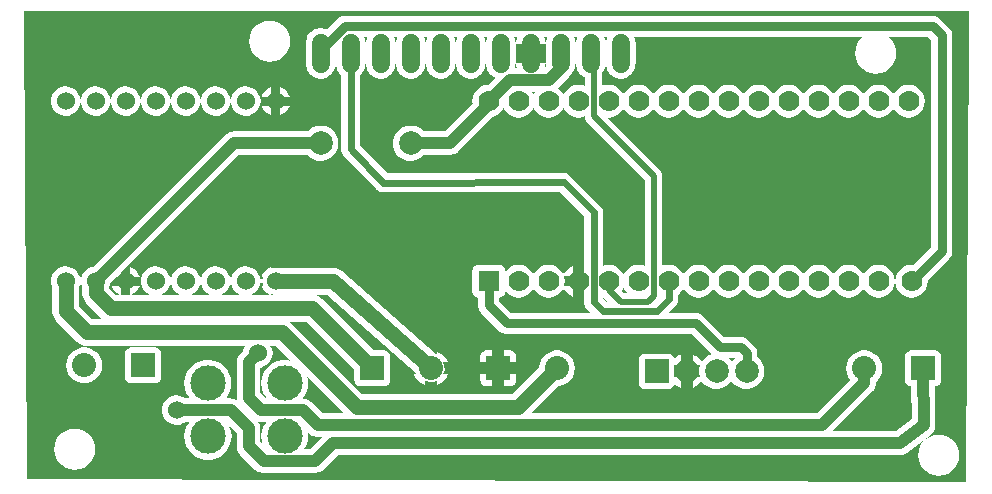
<source format=gbl>
G04 ---------------------------- Layer name :BOTTOM LAYER*
G04 easyEDA 0.1*
G04 Scale: 100 percent, Rotated: No, Reflected: No *
G04 Dimensions in inches *
G04 leading zeros omitted , absolute positions ,2 integer and 4 * 
%FSLAX24Y24*%
%MOIN*%
G90*
G70D02*

%ADD11C,0.051181*%
%ADD12C,0.031496*%
%ADD13C,0.023620*%
%ADD14C,0.019685*%
%ADD15C,0.039370*%
%ADD16C,0.078740*%
%ADD17R,0.070000X0.070000*%
%ADD18C,0.070000*%
%ADD20R,0.080000X0.080000*%
%ADD21C,0.080000*%
%ADD23R,0.078740X0.078740*%
%ADD25C,0.060000*%
%ADD27C,0.118110*%

%LPD*%
G36*
G01X31400Y0D02*
G01X100Y100D01*
G01X0Y15700D01*
G01X31496Y15700D01*
G01X31496Y15071D01*
G01X31400Y0D01*
G37*

%LPC*%
G36*
G01X16019Y4000D02*
G01X16415Y4000D01*
G01X16415Y4200D01*
G01X16406Y4259D01*
G01X16377Y4315D01*
G01X16335Y4357D01*
G01X16280Y4386D01*
G01X16219Y4396D01*
G01X16019Y4396D01*
G01X16019Y4000D01*
G37*
G36*
G01X1700Y411D02*
G01X1853Y430D01*
G01X1997Y480D01*
G01X2127Y561D01*
G01X2238Y671D01*
G01X2319Y801D01*
G01X2369Y946D01*
G01X2388Y1100D01*
G01X2369Y1253D01*
G01X2319Y1398D01*
G01X2238Y1528D01*
G01X2127Y1638D01*
G01X1997Y1719D01*
G01X1853Y1769D01*
G01X1700Y1788D01*
G01X1546Y1769D01*
G01X1402Y1719D01*
G01X1272Y1638D01*
G01X1161Y1528D01*
G01X1080Y1398D01*
G01X1030Y1253D01*
G01X1011Y1100D01*
G01X1030Y946D01*
G01X1080Y801D01*
G01X1161Y671D01*
G01X1272Y561D01*
G01X1402Y480D01*
G01X1546Y430D01*
G01X1700Y411D01*
G37*
G36*
G01X8200Y14011D02*
G01X8353Y14030D01*
G01X8497Y14080D01*
G01X8627Y14161D01*
G01X8738Y14271D01*
G01X8819Y14401D01*
G01X8869Y14546D01*
G01X8888Y14700D01*
G01X8869Y14853D01*
G01X8819Y14998D01*
G01X8738Y15128D01*
G01X8627Y15238D01*
G01X8497Y15319D01*
G01X8353Y15369D01*
G01X8200Y15388D01*
G01X8046Y15369D01*
G01X7902Y15319D01*
G01X7772Y15238D01*
G01X7661Y15128D01*
G01X7580Y14998D01*
G01X7530Y14853D01*
G01X7511Y14700D01*
G01X7530Y14546D01*
G01X7580Y14401D01*
G01X7661Y14271D01*
G01X7772Y14161D01*
G01X7902Y14080D01*
G01X8046Y14030D01*
G01X8200Y14011D01*
G37*
G36*
G01X15223Y4000D02*
G01X15619Y4000D01*
G01X15619Y4396D01*
G01X15419Y4396D01*
G01X15360Y4386D01*
G01X15303Y4357D01*
G01X15261Y4315D01*
G01X15234Y4259D01*
G01X15223Y4200D01*
G01X15223Y4000D01*
G37*
G36*
G01X1947Y3307D02*
G01X2092Y3307D01*
G01X2231Y3342D01*
G01X2357Y3409D01*
G01X2465Y3503D01*
G01X2547Y3623D01*
G01X2597Y3757D01*
G01X2615Y3900D01*
G01X2597Y4042D01*
G01X2547Y4176D01*
G01X2465Y4296D01*
G01X2357Y4390D01*
G01X2231Y4457D01*
G01X2092Y4492D01*
G01X1947Y4492D01*
G01X1807Y4457D01*
G01X1681Y4390D01*
G01X1573Y4296D01*
G01X1492Y4176D01*
G01X1442Y4042D01*
G01X1423Y3900D01*
G01X1442Y3757D01*
G01X1492Y3623D01*
G01X1573Y3503D01*
G01X1681Y3409D01*
G01X1807Y3342D01*
G01X1947Y3307D01*
G37*
G36*
G01X7931Y12850D02*
G01X8250Y12850D01*
G01X8250Y13171D01*
G01X8234Y13167D01*
G01X8114Y13105D01*
G01X8015Y13013D01*
G01X7946Y12898D01*
G01X7931Y12850D01*
G37*
G36*
G01X8550Y12850D02*
G01X8872Y12850D01*
G01X8823Y12957D01*
G01X8738Y13061D01*
G01X8627Y13140D01*
G01X8550Y13167D01*
G01X8550Y12850D01*
G37*
G36*
G01X8550Y12232D02*
G01X8627Y12259D01*
G01X8738Y12338D01*
G01X8823Y12442D01*
G01X8872Y12550D01*
G01X8550Y12550D01*
G01X8550Y12232D01*
G37*
G36*
G01X3580Y3303D02*
G01X4380Y3303D01*
G01X4439Y3313D01*
G01X4496Y3342D01*
G01X4538Y3384D01*
G01X4565Y3440D01*
G01X4576Y3500D01*
G01X4576Y4300D01*
G01X4565Y4359D01*
G01X4538Y4415D01*
G01X4496Y4457D01*
G01X4439Y4486D01*
G01X4380Y4496D01*
G01X3580Y4496D01*
G01X3519Y4486D01*
G01X3464Y4457D01*
G01X3422Y4415D01*
G01X3393Y4359D01*
G01X3384Y4300D01*
G01X3384Y3500D01*
G01X3393Y3440D01*
G01X3422Y3384D01*
G01X3464Y3342D01*
G01X3519Y3313D01*
G01X3580Y3303D01*
G37*
G36*
G01X8250Y12228D02*
G01X8250Y12550D01*
G01X7931Y12550D01*
G01X7946Y12501D01*
G01X8015Y12386D01*
G01X8114Y12294D01*
G01X8234Y12232D01*
G01X8250Y12228D01*
G37*
G36*
G01X3365Y12205D02*
G01X3500Y12213D01*
G01X3627Y12259D01*
G01X3738Y12338D01*
G01X3823Y12442D01*
G01X3877Y12565D01*
G01X3896Y12700D01*
G01X3877Y12834D01*
G01X3823Y12957D01*
G01X3738Y13061D01*
G01X3627Y13140D01*
G01X3500Y13186D01*
G01X3365Y13194D01*
G01X3234Y13167D01*
G01X3114Y13105D01*
G01X3015Y13013D01*
G01X2946Y12898D01*
G01X2907Y12767D01*
G01X2907Y12632D01*
G01X2946Y12501D01*
G01X3015Y12386D01*
G01X3114Y12294D01*
G01X3234Y12232D01*
G01X3365Y12205D01*
G37*
G36*
G01X3550Y6850D02*
G01X3872Y6850D01*
G01X3823Y6957D01*
G01X3738Y7061D01*
G01X3627Y7140D01*
G01X3550Y7167D01*
G01X3550Y6850D01*
G37*
G36*
G01X2365Y12205D02*
G01X2500Y12213D01*
G01X2627Y12259D01*
G01X2738Y12338D01*
G01X2823Y12442D01*
G01X2877Y12565D01*
G01X2896Y12700D01*
G01X2877Y12834D01*
G01X2823Y12957D01*
G01X2738Y13061D01*
G01X2627Y13140D01*
G01X2500Y13186D01*
G01X2365Y13194D01*
G01X2234Y13167D01*
G01X2114Y13105D01*
G01X2015Y13013D01*
G01X1946Y12898D01*
G01X1907Y12767D01*
G01X1907Y12632D01*
G01X1946Y12501D01*
G01X2015Y12386D01*
G01X2114Y12294D01*
G01X2234Y12232D01*
G01X2365Y12205D01*
G37*
G36*
G01X1365Y12205D02*
G01X1500Y12213D01*
G01X1627Y12259D01*
G01X1738Y12338D01*
G01X1823Y12442D01*
G01X1877Y12565D01*
G01X1896Y12700D01*
G01X1877Y12834D01*
G01X1823Y12957D01*
G01X1738Y13061D01*
G01X1627Y13140D01*
G01X1500Y13186D01*
G01X1365Y13194D01*
G01X1234Y13167D01*
G01X1114Y13105D01*
G01X1015Y13013D01*
G01X946Y12898D01*
G01X907Y12767D01*
G01X907Y12632D01*
G01X946Y12501D01*
G01X1015Y12386D01*
G01X1114Y12294D01*
G01X1234Y12232D01*
G01X1365Y12205D01*
G37*
G36*
G01X4365Y12205D02*
G01X4500Y12213D01*
G01X4627Y12259D01*
G01X4738Y12338D01*
G01X4823Y12442D01*
G01X4877Y12565D01*
G01X4896Y12700D01*
G01X4877Y12834D01*
G01X4823Y12957D01*
G01X4738Y13061D01*
G01X4627Y13140D01*
G01X4500Y13186D01*
G01X4365Y13194D01*
G01X4234Y13167D01*
G01X4114Y13105D01*
G01X4015Y13013D01*
G01X3946Y12898D01*
G01X3907Y12767D01*
G01X3907Y12632D01*
G01X3946Y12501D01*
G01X4015Y12386D01*
G01X4114Y12294D01*
G01X4234Y12232D01*
G01X4365Y12205D01*
G37*
G36*
G01X8000Y307D02*
G01X9700Y307D01*
G01X9761Y311D01*
G01X9822Y328D01*
G01X9877Y350D01*
G01X9930Y382D01*
G01X9977Y421D01*
G01X10464Y907D01*
G01X29200Y907D01*
G01X29250Y911D01*
G01X29300Y919D01*
G01X29347Y936D01*
G01X29393Y957D01*
G01X29435Y986D01*
G01X30235Y1586D01*
G01X30289Y1636D01*
G01X30334Y1694D01*
G01X30365Y1759D01*
G01X30385Y1830D01*
G01X30392Y1903D01*
G01X30377Y3203D01*
G01X30380Y3203D01*
G01X30439Y3213D01*
G01X30496Y3242D01*
G01X30538Y3284D01*
G01X30565Y3340D01*
G01X30576Y3400D01*
G01X30576Y4200D01*
G01X30565Y4259D01*
G01X30538Y4315D01*
G01X30496Y4357D01*
G01X30439Y4386D01*
G01X30380Y4396D01*
G01X29580Y4396D01*
G01X29519Y4386D01*
G01X29464Y4357D01*
G01X29422Y4315D01*
G01X29393Y4259D01*
G01X29384Y4200D01*
G01X29384Y3400D01*
G01X29393Y3340D01*
G01X29422Y3284D01*
G01X29464Y3242D01*
G01X29519Y3213D01*
G01X29580Y3203D01*
G01X29593Y3203D01*
G01X29606Y2096D01*
G01X29068Y1692D01*
G01X26947Y1692D01*
G01X28297Y3042D01*
G01X28338Y3090D01*
G01X28369Y3142D01*
G01X28392Y3198D01*
G01X28407Y3257D01*
G01X28411Y3319D01*
G01X28411Y3355D01*
G01X28465Y3403D01*
G01X28547Y3523D01*
G01X28597Y3657D01*
G01X28615Y3800D01*
G01X28597Y3942D01*
G01X28547Y4076D01*
G01X28465Y4196D01*
G01X28357Y4290D01*
G01X28231Y4357D01*
G01X28092Y4392D01*
G01X27947Y4392D01*
G01X27807Y4357D01*
G01X27681Y4290D01*
G01X27573Y4196D01*
G01X27492Y4076D01*
G01X27442Y3942D01*
G01X27423Y3800D01*
G01X27442Y3657D01*
G01X27492Y3523D01*
G01X27564Y3419D01*
G01X26435Y2292D01*
G01X16911Y2292D01*
G01X17827Y3207D01*
G01X17852Y3207D01*
G01X17992Y3242D01*
G01X18118Y3309D01*
G01X18226Y3403D01*
G01X18307Y3523D01*
G01X18357Y3657D01*
G01X18376Y3800D01*
G01X18357Y3942D01*
G01X18307Y4076D01*
G01X18226Y4196D01*
G01X18118Y4290D01*
G01X17992Y4357D01*
G01X17852Y4392D01*
G01X17707Y4392D01*
G01X17568Y4357D01*
G01X17442Y4290D01*
G01X17334Y4196D01*
G01X17252Y4076D01*
G01X17202Y3942D01*
G01X17189Y3850D01*
G01X16292Y2951D01*
G01X11288Y2951D01*
G01X8919Y5319D01*
G01X8888Y5348D01*
G01X9431Y5348D01*
G01X11023Y3755D01*
G01X11023Y3400D01*
G01X11034Y3340D01*
G01X11061Y3284D01*
G01X11103Y3242D01*
G01X11160Y3213D01*
G01X11219Y3203D01*
G01X12019Y3203D01*
G01X12080Y3213D01*
G01X12135Y3242D01*
G01X12177Y3284D01*
G01X12206Y3340D01*
G01X12215Y3400D01*
G01X12215Y4200D01*
G01X12206Y4259D01*
G01X12177Y4315D01*
G01X12135Y4357D01*
G01X12080Y4386D01*
G01X12019Y4396D01*
G01X11664Y4396D01*
G01X9939Y6119D01*
G01X9885Y6165D01*
G01X9826Y6201D01*
G01X9760Y6230D01*
G01X9689Y6246D01*
G01X9665Y6248D01*
G01X10127Y6248D01*
G01X13123Y3600D01*
G01X13023Y3600D01*
G01X13052Y3523D01*
G01X13134Y3403D01*
G01X13242Y3309D01*
G01X13368Y3242D01*
G01X13380Y3240D01*
G01X13380Y3398D01*
G01X13400Y3386D01*
G01X13535Y3350D01*
G01X13677Y3357D01*
G01X13780Y3398D01*
G01X13780Y3240D01*
G01X13792Y3242D01*
G01X13918Y3309D01*
G01X14026Y3403D01*
G01X14107Y3523D01*
G01X14135Y3600D01*
G01X13981Y3600D01*
G01X13993Y3619D01*
G01X14030Y3755D01*
G01X14022Y3898D01*
G01X13981Y4000D01*
G01X14135Y4000D01*
G01X14107Y4076D01*
G01X14026Y4196D01*
G01X13918Y4290D01*
G01X13792Y4357D01*
G01X13780Y4359D01*
G01X13780Y4226D01*
G01X10600Y7038D01*
G01X10547Y7078D01*
G01X10489Y7109D01*
G01X10430Y7134D01*
G01X10365Y7148D01*
G01X10300Y7151D01*
G01X8593Y7151D01*
G01X8550Y7167D01*
G01X8550Y7151D01*
G01X8400Y7151D01*
G01X8260Y7130D01*
G01X8250Y7123D01*
G01X8250Y7171D01*
G01X8234Y7167D01*
G01X8114Y7105D01*
G01X8015Y7013D01*
G01X7946Y6898D01*
G01X7931Y6850D01*
G01X7976Y6850D01*
G01X7969Y6840D01*
G01X7947Y6700D01*
G01X7969Y6559D01*
G01X7976Y6550D01*
G01X7931Y6550D01*
G01X7946Y6501D01*
G01X8015Y6386D01*
G01X8114Y6294D01*
G01X8196Y6251D01*
G01X7606Y6251D01*
G01X7627Y6259D01*
G01X7738Y6338D01*
G01X7823Y6442D01*
G01X7877Y6565D01*
G01X7896Y6700D01*
G01X7877Y6834D01*
G01X7823Y6957D01*
G01X7738Y7061D01*
G01X7627Y7140D01*
G01X7500Y7186D01*
G01X7365Y7194D01*
G01X7234Y7167D01*
G01X7114Y7105D01*
G01X7015Y7013D01*
G01X6946Y6898D01*
G01X6907Y6767D01*
G01X6907Y6632D01*
G01X6946Y6501D01*
G01X7015Y6386D01*
G01X7114Y6294D01*
G01X7196Y6251D01*
G01X6606Y6251D01*
G01X6627Y6259D01*
G01X6738Y6338D01*
G01X6823Y6442D01*
G01X6877Y6565D01*
G01X6896Y6700D01*
G01X6877Y6834D01*
G01X6823Y6957D01*
G01X6738Y7061D01*
G01X6627Y7140D01*
G01X6500Y7186D01*
G01X6365Y7194D01*
G01X6234Y7167D01*
G01X6114Y7105D01*
G01X6015Y7013D01*
G01X5946Y6898D01*
G01X5907Y6767D01*
G01X5907Y6632D01*
G01X5946Y6501D01*
G01X6015Y6386D01*
G01X6114Y6294D01*
G01X6196Y6251D01*
G01X5606Y6251D01*
G01X5627Y6259D01*
G01X5738Y6338D01*
G01X5823Y6442D01*
G01X5877Y6565D01*
G01X5896Y6700D01*
G01X5877Y6834D01*
G01X5823Y6957D01*
G01X5738Y7061D01*
G01X5627Y7140D01*
G01X5500Y7186D01*
G01X5365Y7194D01*
G01X5234Y7167D01*
G01X5114Y7105D01*
G01X5015Y7013D01*
G01X4946Y6898D01*
G01X4907Y6767D01*
G01X4907Y6632D01*
G01X4946Y6501D01*
G01X5015Y6386D01*
G01X5114Y6294D01*
G01X5196Y6251D01*
G01X4606Y6251D01*
G01X4627Y6259D01*
G01X4738Y6338D01*
G01X4823Y6442D01*
G01X4877Y6565D01*
G01X4896Y6700D01*
G01X4877Y6834D01*
G01X4823Y6957D01*
G01X4738Y7061D01*
G01X4627Y7140D01*
G01X4500Y7186D01*
G01X4365Y7194D01*
G01X4234Y7167D01*
G01X4114Y7105D01*
G01X4015Y7013D01*
G01X3946Y6898D01*
G01X3907Y6767D01*
G01X3907Y6632D01*
G01X3946Y6501D01*
G01X4015Y6386D01*
G01X4114Y6294D01*
G01X4196Y6251D01*
G01X3606Y6251D01*
G01X3627Y6259D01*
G01X3738Y6338D01*
G01X3823Y6442D01*
G01X3872Y6550D01*
G01X3550Y6550D01*
G01X3550Y6251D01*
G01X3250Y6251D01*
G01X3250Y6550D01*
G01X2931Y6550D01*
G01X2946Y6501D01*
G01X3015Y6386D01*
G01X3114Y6294D01*
G01X3196Y6251D01*
G01X3088Y6251D01*
G01X2852Y6488D01*
G01X2852Y6505D01*
G01X2877Y6565D01*
G01X2885Y6630D01*
G01X3106Y6850D01*
G01X3250Y6850D01*
G01X3250Y6994D01*
G01X7164Y10907D01*
G01X9465Y10907D01*
G01X9523Y10846D01*
G01X9647Y10765D01*
G01X9789Y10719D01*
G01X9938Y10711D01*
G01X10081Y10738D01*
G01X10215Y10801D01*
G01X10330Y10896D01*
G01X10418Y11015D01*
G01X10472Y11153D01*
G01X10489Y11300D01*
G01X10472Y11446D01*
G01X10418Y11584D01*
G01X10330Y11703D01*
G01X10215Y11798D01*
G01X10081Y11861D01*
G01X9938Y11888D01*
G01X9789Y11880D01*
G01X9647Y11834D01*
G01X9523Y11753D01*
G01X9465Y11692D01*
G01X7000Y11692D01*
G01X6938Y11688D01*
G01X6877Y11671D01*
G01X6822Y11650D01*
G01X6769Y11617D01*
G01X6722Y11578D01*
G01X2331Y7188D01*
G01X2234Y7167D01*
G01X2114Y7105D01*
G01X2015Y7013D01*
G01X1946Y6898D01*
G01X1907Y6767D01*
G01X1907Y6632D01*
G01X1946Y6501D01*
G01X1947Y6498D01*
G01X1947Y6300D01*
G01X1953Y6230D01*
G01X1969Y6159D01*
G01X1997Y6094D01*
G01X2034Y6034D01*
G01X2080Y5980D01*
G01X2580Y5480D01*
G01X2611Y5451D01*
G01X2288Y5451D01*
G01X1852Y5888D01*
G01X1852Y6505D01*
G01X1877Y6565D01*
G01X1896Y6700D01*
G01X1877Y6834D01*
G01X1823Y6957D01*
G01X1738Y7061D01*
G01X1627Y7140D01*
G01X1500Y7186D01*
G01X1365Y7194D01*
G01X1234Y7167D01*
G01X1114Y7105D01*
G01X1015Y7013D01*
G01X946Y6898D01*
G01X907Y6767D01*
G01X907Y6632D01*
G01X946Y6501D01*
G01X947Y6498D01*
G01X947Y5700D01*
G01X953Y5630D01*
G01X969Y5559D01*
G01X997Y5494D01*
G01X1034Y5434D01*
G01X1080Y5380D01*
G01X1780Y4680D01*
G01X1834Y4634D01*
G01X1893Y4598D01*
G01X1960Y4569D01*
G01X2030Y4553D01*
G01X2100Y4548D01*
G01X7376Y4548D01*
G01X7346Y4498D01*
G01X7307Y4367D01*
G01X7307Y4363D01*
G01X7222Y4278D01*
G01X7181Y4230D01*
G01X7150Y4178D01*
G01X7127Y4121D01*
G01X7111Y4061D01*
G01X7107Y4000D01*
G01X7107Y2800D01*
G01X7111Y2738D01*
G01X7114Y2728D01*
G01X7077Y2750D01*
G01X7022Y2771D01*
G01X6961Y2788D01*
G01X6900Y2792D01*
G01X6734Y2792D01*
G01X6776Y2838D01*
G01X6857Y2980D01*
G01X6907Y3136D01*
G01X6926Y3300D01*
G01X6907Y3463D01*
G01X6857Y3619D01*
G01X6776Y3761D01*
G01X6665Y3884D01*
G01X6534Y3980D01*
G01X6381Y4048D01*
G01X6222Y4082D01*
G01X6057Y4082D01*
G01X5897Y4048D01*
G01X5746Y3980D01*
G01X5614Y3884D01*
G01X5503Y3761D01*
G01X5422Y3619D01*
G01X5372Y3463D01*
G01X5353Y3300D01*
G01X5372Y3136D01*
G01X5422Y2980D01*
G01X5503Y2838D01*
G01X5546Y2792D01*
G01X5396Y2792D01*
G01X5327Y2840D01*
G01X5200Y2886D01*
G01X5065Y2894D01*
G01X4934Y2867D01*
G01X4814Y2805D01*
G01X4715Y2713D01*
G01X4646Y2598D01*
G01X4607Y2467D01*
G01X4607Y2332D01*
G01X4646Y2201D01*
G01X4715Y2086D01*
G01X4814Y1994D01*
G01X4934Y1932D01*
G01X5065Y1905D01*
G01X5200Y1913D01*
G01X5327Y1959D01*
G01X5396Y2007D01*
G01X5523Y2007D01*
G01X5507Y1990D01*
G01X5426Y1848D01*
G01X5376Y1692D01*
G01X5357Y1528D01*
G01X5376Y1363D01*
G01X5426Y1207D01*
G01X5507Y1065D01*
G01X5618Y944D01*
G01X5750Y848D01*
G01X5902Y780D01*
G01X6061Y746D01*
G01X6226Y746D01*
G01X6385Y780D01*
G01X6538Y848D01*
G01X6669Y944D01*
G01X6780Y1065D01*
G01X6861Y1207D01*
G01X6911Y1363D01*
G01X6930Y1528D01*
G01X6911Y1692D01*
G01X6861Y1848D01*
G01X6815Y1928D01*
G01X7107Y1636D01*
G01X7107Y1200D01*
G01X7111Y1138D01*
G01X7127Y1078D01*
G01X7150Y1021D01*
G01X7181Y969D01*
G01X7222Y921D01*
G01X7722Y421D01*
G01X7769Y382D01*
G01X7822Y350D01*
G01X7877Y328D01*
G01X7938Y311D01*
G01X8000Y307D01*
G37*
G36*
G01X5365Y12205D02*
G01X5500Y12213D01*
G01X5627Y12259D01*
G01X5738Y12338D01*
G01X5823Y12442D01*
G01X5877Y12565D01*
G01X5896Y12700D01*
G01X5877Y12834D01*
G01X5823Y12957D01*
G01X5738Y13061D01*
G01X5627Y13140D01*
G01X5500Y13186D01*
G01X5365Y13194D01*
G01X5234Y13167D01*
G01X5114Y13105D01*
G01X5015Y13013D01*
G01X4946Y12898D01*
G01X4907Y12767D01*
G01X4907Y12632D01*
G01X4946Y12501D01*
G01X5015Y12386D01*
G01X5114Y12294D01*
G01X5234Y12232D01*
G01X5365Y12205D01*
G37*
G36*
G01X20706Y3111D02*
G01X21492Y3111D01*
G01X21552Y3121D01*
G01X21607Y3150D01*
G01X21650Y3192D01*
G01X21677Y3248D01*
G01X21684Y3288D01*
G01X21723Y3246D01*
G01X21847Y3165D01*
G01X21903Y3148D01*
G01X21903Y3503D01*
G01X21688Y3503D01*
G01X21688Y3896D01*
G01X21903Y3896D01*
G01X21903Y4251D01*
G01X21847Y4234D01*
G01X21723Y4153D01*
G01X21684Y4111D01*
G01X21677Y4153D01*
G01X21650Y4209D01*
G01X21607Y4251D01*
G01X21552Y4280D01*
G01X21492Y4290D01*
G01X20706Y4290D01*
G01X20646Y4280D01*
G01X20589Y4251D01*
G01X20547Y4209D01*
G01X20519Y4153D01*
G01X20510Y4094D01*
G01X20510Y3307D01*
G01X20519Y3248D01*
G01X20547Y3192D01*
G01X20589Y3150D01*
G01X20646Y3121D01*
G01X20706Y3111D01*
G37*
G36*
G01X6365Y12205D02*
G01X6500Y12213D01*
G01X6627Y12259D01*
G01X6738Y12338D01*
G01X6823Y12442D01*
G01X6877Y12565D01*
G01X6896Y12700D01*
G01X6877Y12834D01*
G01X6823Y12957D01*
G01X6738Y13061D01*
G01X6627Y13140D01*
G01X6500Y13186D01*
G01X6365Y13194D01*
G01X6234Y13167D01*
G01X6114Y13105D01*
G01X6015Y13013D01*
G01X5946Y12898D01*
G01X5907Y12767D01*
G01X5907Y12632D01*
G01X5946Y12501D01*
G01X6015Y12386D01*
G01X6114Y12294D01*
G01X6234Y12232D01*
G01X6365Y12205D01*
G37*
G36*
G01X7365Y12205D02*
G01X7500Y12213D01*
G01X7627Y12259D01*
G01X7738Y12338D01*
G01X7823Y12442D01*
G01X7877Y12565D01*
G01X7896Y12700D01*
G01X7877Y12834D01*
G01X7823Y12957D01*
G01X7738Y13061D01*
G01X7627Y13140D01*
G01X7500Y13186D01*
G01X7365Y13194D01*
G01X7234Y13167D01*
G01X7114Y13105D01*
G01X7015Y13013D01*
G01X6946Y12898D01*
G01X6907Y12767D01*
G01X6907Y12632D01*
G01X6946Y12501D01*
G01X7015Y12386D01*
G01X7114Y12294D01*
G01X7234Y12232D01*
G01X7365Y12205D01*
G37*
G36*
G01X16019Y3203D02*
G01X16219Y3203D01*
G01X16280Y3213D01*
G01X16335Y3242D01*
G01X16377Y3284D01*
G01X16406Y3340D01*
G01X16415Y3400D01*
G01X16415Y3600D01*
G01X16019Y3600D01*
G01X16019Y3203D01*
G37*
G36*
G01X15419Y3203D02*
G01X15619Y3203D01*
G01X15619Y3600D01*
G01X15223Y3600D01*
G01X15223Y3400D01*
G01X15234Y3340D01*
G01X15261Y3284D01*
G01X15303Y3242D01*
G01X15360Y3213D01*
G01X15419Y3203D01*
G37*
G36*
G01X30500Y211D02*
G01X30653Y230D01*
G01X30797Y280D01*
G01X30927Y361D01*
G01X31038Y471D01*
G01X31119Y601D01*
G01X31169Y746D01*
G01X31188Y900D01*
G01X31169Y1053D01*
G01X31119Y1198D01*
G01X31038Y1328D01*
G01X30927Y1438D01*
G01X30797Y1519D01*
G01X30653Y1569D01*
G01X30500Y1588D01*
G01X30346Y1569D01*
G01X30202Y1519D01*
G01X30072Y1438D01*
G01X29961Y1328D01*
G01X29880Y1198D01*
G01X29830Y1053D01*
G01X29811Y900D01*
G01X29830Y746D01*
G01X29880Y601D01*
G01X29961Y471D01*
G01X30072Y361D01*
G01X30202Y280D01*
G01X30346Y230D01*
G01X30500Y211D01*
G37*
G36*
G01X23138Y3111D02*
G01X23281Y3138D01*
G01X23415Y3201D01*
G01X23530Y3296D01*
G01X23600Y3392D01*
G01X23622Y3353D01*
G01X23723Y3246D01*
G01X23847Y3165D01*
G01X23989Y3119D01*
G01X24138Y3111D01*
G01X24281Y3138D01*
G01X24415Y3201D01*
G01X24530Y3296D01*
G01X24618Y3415D01*
G01X24672Y3553D01*
G01X24689Y3700D01*
G01X24672Y3846D01*
G01X24618Y3984D01*
G01X24530Y4103D01*
G01X24453Y4165D01*
G01X24453Y4300D01*
G01X24450Y4355D01*
G01X24435Y4409D01*
G01X24415Y4459D01*
G01X24385Y4507D01*
G01X24350Y4550D01*
G01X24150Y4750D01*
G01X24107Y4786D01*
G01X24060Y4815D01*
G01X24010Y4836D01*
G01X23956Y4850D01*
G01X23900Y4853D01*
G01X23346Y4853D01*
G01X22650Y5550D01*
G01X22607Y5586D01*
G01X22560Y5615D01*
G01X22510Y5636D01*
G01X22456Y5650D01*
G01X22400Y5653D01*
G01X21497Y5653D01*
G01X21722Y5878D01*
G01X21753Y5915D01*
G01X21780Y5957D01*
G01X21797Y6001D01*
G01X21810Y6050D01*
G01X21814Y6100D01*
G01X21814Y6257D01*
G01X21885Y6313D01*
G01X21972Y6428D01*
G01X22000Y6492D01*
G01X22027Y6428D01*
G01X22114Y6313D01*
G01X22227Y6228D01*
G01X22357Y6171D01*
G01X22500Y6153D01*
G01X22642Y6171D01*
G01X22773Y6228D01*
G01X22885Y6313D01*
G01X22972Y6428D01*
G01X23000Y6492D01*
G01X23027Y6428D01*
G01X23114Y6313D01*
G01X23227Y6228D01*
G01X23357Y6171D01*
G01X23500Y6153D01*
G01X23642Y6171D01*
G01X23773Y6228D01*
G01X23885Y6313D01*
G01X23972Y6428D01*
G01X24000Y6492D01*
G01X24027Y6428D01*
G01X24114Y6313D01*
G01X24227Y6228D01*
G01X24357Y6171D01*
G01X24500Y6153D01*
G01X24642Y6171D01*
G01X24773Y6228D01*
G01X24885Y6313D01*
G01X24972Y6428D01*
G01X25000Y6492D01*
G01X25027Y6428D01*
G01X25114Y6313D01*
G01X25227Y6228D01*
G01X25357Y6171D01*
G01X25500Y6153D01*
G01X25642Y6171D01*
G01X25773Y6228D01*
G01X25885Y6313D01*
G01X25972Y6428D01*
G01X26000Y6492D01*
G01X26027Y6428D01*
G01X26114Y6313D01*
G01X26227Y6228D01*
G01X26357Y6171D01*
G01X26500Y6153D01*
G01X26642Y6171D01*
G01X26773Y6228D01*
G01X26885Y6313D01*
G01X26972Y6428D01*
G01X27000Y6492D01*
G01X27027Y6428D01*
G01X27114Y6313D01*
G01X27227Y6228D01*
G01X27357Y6171D01*
G01X27500Y6153D01*
G01X27642Y6171D01*
G01X27773Y6228D01*
G01X27885Y6313D01*
G01X27972Y6428D01*
G01X28000Y6492D01*
G01X28027Y6428D01*
G01X28114Y6313D01*
G01X28227Y6228D01*
G01X28357Y6171D01*
G01X28500Y6153D01*
G01X28642Y6171D01*
G01X28773Y6228D01*
G01X28885Y6313D01*
G01X28972Y6428D01*
G01X29027Y6557D01*
G01X29046Y6700D01*
G01X29027Y6842D01*
G01X28972Y6973D01*
G01X28885Y7086D01*
G01X28772Y7171D01*
G01X28642Y7228D01*
G01X28500Y7246D01*
G01X28357Y7228D01*
G01X28227Y7171D01*
G01X28114Y7086D01*
G01X28027Y6973D01*
G01X28000Y6907D01*
G01X27972Y6973D01*
G01X27885Y7086D01*
G01X27772Y7171D01*
G01X27642Y7228D01*
G01X27500Y7246D01*
G01X27357Y7228D01*
G01X27227Y7171D01*
G01X27114Y7086D01*
G01X27027Y6973D01*
G01X27000Y6907D01*
G01X26972Y6973D01*
G01X26885Y7086D01*
G01X26772Y7171D01*
G01X26642Y7228D01*
G01X26500Y7246D01*
G01X26357Y7228D01*
G01X26227Y7171D01*
G01X26114Y7086D01*
G01X26027Y6973D01*
G01X26000Y6907D01*
G01X25972Y6973D01*
G01X25885Y7086D01*
G01X25772Y7171D01*
G01X25642Y7228D01*
G01X25500Y7246D01*
G01X25357Y7228D01*
G01X25227Y7171D01*
G01X25114Y7086D01*
G01X25027Y6973D01*
G01X25000Y6907D01*
G01X24972Y6973D01*
G01X24885Y7086D01*
G01X24772Y7171D01*
G01X24642Y7228D01*
G01X24500Y7246D01*
G01X24357Y7228D01*
G01X24227Y7171D01*
G01X24114Y7086D01*
G01X24027Y6973D01*
G01X24000Y6907D01*
G01X23972Y6973D01*
G01X23885Y7086D01*
G01X23772Y7171D01*
G01X23642Y7228D01*
G01X23500Y7246D01*
G01X23357Y7228D01*
G01X23227Y7171D01*
G01X23114Y7086D01*
G01X23027Y6973D01*
G01X23000Y6907D01*
G01X22972Y6973D01*
G01X22885Y7086D01*
G01X22772Y7171D01*
G01X22642Y7228D01*
G01X22500Y7246D01*
G01X22357Y7228D01*
G01X22227Y7171D01*
G01X22114Y7086D01*
G01X22027Y6973D01*
G01X22000Y6907D01*
G01X21972Y6973D01*
G01X21885Y7086D01*
G01X21772Y7171D01*
G01X21642Y7228D01*
G01X21500Y7246D01*
G01X21357Y7228D01*
G01X21293Y7200D01*
G01X21293Y10200D01*
G01X21289Y10246D01*
G01X21280Y10290D01*
G01X21261Y10334D01*
G01X21238Y10371D01*
G01X21207Y10407D01*
G01X19456Y12159D01*
G01X19500Y12153D01*
G01X19642Y12171D01*
G01X19773Y12228D01*
G01X19885Y12313D01*
G01X19972Y12428D01*
G01X20000Y12492D01*
G01X20027Y12428D01*
G01X20114Y12313D01*
G01X20227Y12228D01*
G01X20357Y12171D01*
G01X20500Y12153D01*
G01X20642Y12171D01*
G01X20773Y12228D01*
G01X20885Y12313D01*
G01X20972Y12428D01*
G01X21000Y12492D01*
G01X21027Y12428D01*
G01X21114Y12313D01*
G01X21227Y12228D01*
G01X21357Y12171D01*
G01X21500Y12153D01*
G01X21642Y12171D01*
G01X21773Y12228D01*
G01X21885Y12313D01*
G01X21972Y12428D01*
G01X22000Y12492D01*
G01X22027Y12428D01*
G01X22114Y12313D01*
G01X22227Y12228D01*
G01X22357Y12171D01*
G01X22500Y12153D01*
G01X22642Y12171D01*
G01X22773Y12228D01*
G01X22885Y12313D01*
G01X22972Y12428D01*
G01X23000Y12492D01*
G01X23027Y12428D01*
G01X23114Y12313D01*
G01X23227Y12228D01*
G01X23357Y12171D01*
G01X23500Y12153D01*
G01X23642Y12171D01*
G01X23773Y12228D01*
G01X23885Y12313D01*
G01X23972Y12428D01*
G01X24000Y12492D01*
G01X24027Y12428D01*
G01X24114Y12313D01*
G01X24227Y12228D01*
G01X24357Y12171D01*
G01X24500Y12153D01*
G01X24642Y12171D01*
G01X24773Y12228D01*
G01X24885Y12313D01*
G01X24972Y12428D01*
G01X25000Y12492D01*
G01X25027Y12428D01*
G01X25114Y12313D01*
G01X25227Y12228D01*
G01X25357Y12171D01*
G01X25500Y12153D01*
G01X25642Y12171D01*
G01X25773Y12228D01*
G01X25885Y12313D01*
G01X25972Y12428D01*
G01X26000Y12492D01*
G01X26027Y12428D01*
G01X26114Y12313D01*
G01X26227Y12228D01*
G01X26357Y12171D01*
G01X26500Y12153D01*
G01X26642Y12171D01*
G01X26773Y12228D01*
G01X26885Y12313D01*
G01X26972Y12428D01*
G01X27000Y12492D01*
G01X27027Y12428D01*
G01X27114Y12313D01*
G01X27227Y12228D01*
G01X27357Y12171D01*
G01X27500Y12153D01*
G01X27642Y12171D01*
G01X27773Y12228D01*
G01X27885Y12313D01*
G01X27972Y12428D01*
G01X28000Y12492D01*
G01X28027Y12428D01*
G01X28114Y12313D01*
G01X28227Y12228D01*
G01X28357Y12171D01*
G01X28500Y12153D01*
G01X28642Y12171D01*
G01X28773Y12228D01*
G01X28885Y12313D01*
G01X28972Y12428D01*
G01X29000Y12492D01*
G01X29027Y12428D01*
G01X29114Y12313D01*
G01X29227Y12228D01*
G01X29357Y12171D01*
G01X29500Y12153D01*
G01X29642Y12171D01*
G01X29773Y12228D01*
G01X29885Y12313D01*
G01X29972Y12428D01*
G01X30027Y12557D01*
G01X30046Y12700D01*
G01X30027Y12842D01*
G01X29972Y12973D01*
G01X29885Y13086D01*
G01X29772Y13171D01*
G01X29642Y13228D01*
G01X29500Y13246D01*
G01X29357Y13228D01*
G01X29227Y13171D01*
G01X29114Y13086D01*
G01X29027Y12973D01*
G01X29000Y12907D01*
G01X28972Y12973D01*
G01X28885Y13086D01*
G01X28772Y13171D01*
G01X28642Y13228D01*
G01X28500Y13246D01*
G01X28357Y13228D01*
G01X28227Y13171D01*
G01X28114Y13086D01*
G01X28027Y12973D01*
G01X28000Y12907D01*
G01X27972Y12973D01*
G01X27885Y13086D01*
G01X27772Y13171D01*
G01X27642Y13228D01*
G01X27500Y13246D01*
G01X27357Y13228D01*
G01X27227Y13171D01*
G01X27114Y13086D01*
G01X27027Y12973D01*
G01X27000Y12907D01*
G01X26972Y12973D01*
G01X26885Y13086D01*
G01X26772Y13171D01*
G01X26642Y13228D01*
G01X26500Y13246D01*
G01X26357Y13228D01*
G01X26227Y13171D01*
G01X26114Y13086D01*
G01X26027Y12973D01*
G01X26000Y12907D01*
G01X25972Y12973D01*
G01X25885Y13086D01*
G01X25772Y13171D01*
G01X25642Y13228D01*
G01X25500Y13246D01*
G01X25357Y13228D01*
G01X25227Y13171D01*
G01X25114Y13086D01*
G01X25027Y12973D01*
G01X25000Y12907D01*
G01X24972Y12973D01*
G01X24885Y13086D01*
G01X24772Y13171D01*
G01X24642Y13228D01*
G01X24500Y13246D01*
G01X24357Y13228D01*
G01X24227Y13171D01*
G01X24114Y13086D01*
G01X24027Y12973D01*
G01X24000Y12907D01*
G01X23972Y12973D01*
G01X23885Y13086D01*
G01X23772Y13171D01*
G01X23642Y13228D01*
G01X23500Y13246D01*
G01X23357Y13228D01*
G01X23227Y13171D01*
G01X23114Y13086D01*
G01X23027Y12973D01*
G01X23000Y12907D01*
G01X22972Y12973D01*
G01X22885Y13086D01*
G01X22772Y13171D01*
G01X22642Y13228D01*
G01X22500Y13246D01*
G01X22357Y13228D01*
G01X22227Y13171D01*
G01X22114Y13086D01*
G01X22027Y12973D01*
G01X22000Y12907D01*
G01X21972Y12973D01*
G01X21885Y13086D01*
G01X21772Y13171D01*
G01X21642Y13228D01*
G01X21500Y13246D01*
G01X21357Y13228D01*
G01X21227Y13171D01*
G01X21114Y13086D01*
G01X21027Y12973D01*
G01X21000Y12907D01*
G01X20972Y12973D01*
G01X20885Y13086D01*
G01X20772Y13171D01*
G01X20642Y13228D01*
G01X20500Y13246D01*
G01X20357Y13228D01*
G01X20227Y13171D01*
G01X20114Y13086D01*
G01X20027Y12973D01*
G01X20000Y12907D01*
G01X19972Y12973D01*
G01X19885Y13086D01*
G01X19772Y13171D01*
G01X19642Y13228D01*
G01X19500Y13246D01*
G01X19357Y13228D01*
G01X19293Y13200D01*
G01X19293Y13657D01*
G01X19339Y13726D01*
G01X19356Y13753D01*
G01X19361Y13767D01*
G01X19365Y13784D01*
G01X19369Y13798D01*
G01X19392Y13911D01*
G01X19393Y13919D01*
G01X19393Y13928D01*
G01X19396Y13936D01*
G01X19396Y14663D01*
G01X19393Y14671D01*
G01X19393Y14680D01*
G01X19392Y14688D01*
G01X19369Y14801D01*
G01X19365Y14815D01*
G01X19361Y14832D01*
G01X19356Y14846D01*
G01X19443Y14846D01*
G01X19438Y14832D01*
G01X19434Y14815D01*
G01X19430Y14801D01*
G01X19407Y14688D01*
G01X19406Y14680D01*
G01X19406Y14671D01*
G01X19403Y14663D01*
G01X19403Y13936D01*
G01X19406Y13928D01*
G01X19406Y13919D01*
G01X19407Y13911D01*
G01X19430Y13798D01*
G01X19434Y13784D01*
G01X19438Y13767D01*
G01X19443Y13753D01*
G01X19460Y13726D01*
G01X19526Y13628D01*
G01X19534Y13615D01*
G01X19543Y13605D01*
G01X19553Y13594D01*
G01X19565Y13586D01*
G01X19576Y13576D01*
G01X19672Y13509D01*
G01X19685Y13501D01*
G01X19702Y13494D01*
G01X19715Y13488D01*
G01X19747Y13480D01*
G01X19864Y13457D01*
G01X19892Y13453D01*
G01X19907Y13453D01*
G01X19922Y13455D01*
G01X19938Y13457D01*
G01X20052Y13480D01*
G01X20065Y13484D01*
G01X20081Y13488D01*
G01X20096Y13494D01*
G01X20123Y13509D01*
G01X20222Y13576D01*
G01X20234Y13584D01*
G01X20246Y13594D01*
G01X20256Y13603D01*
G01X20265Y13615D01*
G01X20273Y13628D01*
G01X20339Y13726D01*
G01X20356Y13753D01*
G01X20361Y13767D01*
G01X20365Y13784D01*
G01X20369Y13798D01*
G01X20392Y13911D01*
G01X20393Y13919D01*
G01X20393Y13928D01*
G01X20396Y13936D01*
G01X20396Y14663D01*
G01X20393Y14671D01*
G01X20393Y14680D01*
G01X20392Y14688D01*
G01X20369Y14801D01*
G01X20365Y14815D01*
G01X20361Y14832D01*
G01X20356Y14846D01*
G01X27984Y14846D01*
G01X27972Y14838D01*
G01X27861Y14728D01*
G01X27780Y14598D01*
G01X27730Y14453D01*
G01X27711Y14300D01*
G01X27730Y14146D01*
G01X27780Y14001D01*
G01X27861Y13871D01*
G01X27972Y13761D01*
G01X28102Y13680D01*
G01X28246Y13630D01*
G01X28400Y13611D01*
G01X28553Y13630D01*
G01X28697Y13680D01*
G01X28827Y13761D01*
G01X28938Y13871D01*
G01X29019Y14001D01*
G01X29069Y14146D01*
G01X29088Y14300D01*
G01X29069Y14453D01*
G01X29019Y14598D01*
G01X28938Y14728D01*
G01X28827Y14838D01*
G01X28815Y14846D01*
G01X30153Y14846D01*
G01X30246Y14753D01*
G01X30246Y7846D01*
G01X29639Y7240D01*
G01X29600Y7246D01*
G01X29457Y7228D01*
G01X29327Y7171D01*
G01X29214Y7086D01*
G01X29127Y6973D01*
G01X29072Y6842D01*
G01X29053Y6700D01*
G01X29072Y6557D01*
G01X29127Y6428D01*
G01X29214Y6313D01*
G01X29327Y6228D01*
G01X29457Y6171D01*
G01X29600Y6153D01*
G01X29742Y6171D01*
G01X29873Y6228D01*
G01X29985Y6313D01*
G01X30072Y6428D01*
G01X30127Y6557D01*
G01X30146Y6700D01*
G01X30139Y6740D01*
G01X30850Y7450D01*
G01X30885Y7492D01*
G01X30915Y7540D01*
G01X30935Y7590D01*
G01X30950Y7644D01*
G01X30953Y7700D01*
G01X30953Y14900D01*
G01X30950Y14955D01*
G01X30935Y15009D01*
G01X30915Y15059D01*
G01X30885Y15107D01*
G01X30850Y15150D01*
G01X30550Y15450D01*
G01X30507Y15486D01*
G01X30460Y15515D01*
G01X30410Y15536D01*
G01X30356Y15550D01*
G01X30300Y15553D01*
G01X10700Y15553D01*
G01X10643Y15550D01*
G01X10589Y15536D01*
G01X10539Y15515D01*
G01X10492Y15486D01*
G01X10450Y15450D01*
G01X10102Y15101D01*
G01X10096Y15105D01*
G01X10081Y15111D01*
G01X10065Y15115D01*
G01X10052Y15119D01*
G01X9938Y15142D01*
G01X9922Y15144D01*
G01X9907Y15146D01*
G01X9892Y15146D01*
G01X9864Y15142D01*
G01X9747Y15119D01*
G01X9715Y15111D01*
G01X9702Y15105D01*
G01X9685Y15098D01*
G01X9672Y15090D01*
G01X9576Y15023D01*
G01X9565Y15013D01*
G01X9553Y15005D01*
G01X9543Y14994D01*
G01X9534Y14984D01*
G01X9526Y14971D01*
G01X9460Y14873D01*
G01X9443Y14846D01*
G01X9438Y14832D01*
G01X9434Y14815D01*
G01X9430Y14801D01*
G01X9407Y14688D01*
G01X9406Y14680D01*
G01X9406Y14671D01*
G01X9403Y14663D01*
G01X9403Y13936D01*
G01X9406Y13928D01*
G01X9406Y13919D01*
G01X9407Y13911D01*
G01X9430Y13798D01*
G01X9434Y13784D01*
G01X9438Y13767D01*
G01X9443Y13753D01*
G01X9460Y13726D01*
G01X9526Y13628D01*
G01X9534Y13615D01*
G01X9543Y13605D01*
G01X9553Y13594D01*
G01X9565Y13586D01*
G01X9576Y13576D01*
G01X9672Y13509D01*
G01X9685Y13501D01*
G01X9702Y13494D01*
G01X9715Y13488D01*
G01X9747Y13480D01*
G01X9864Y13457D01*
G01X9892Y13453D01*
G01X9907Y13453D01*
G01X9922Y13455D01*
G01X9938Y13457D01*
G01X10052Y13480D01*
G01X10065Y13484D01*
G01X10081Y13488D01*
G01X10096Y13494D01*
G01X10123Y13509D01*
G01X10222Y13576D01*
G01X10234Y13584D01*
G01X10246Y13594D01*
G01X10256Y13603D01*
G01X10265Y13615D01*
G01X10273Y13628D01*
G01X10339Y13726D01*
G01X10356Y13753D01*
G01X10361Y13767D01*
G01X10365Y13784D01*
G01X10369Y13798D01*
G01X10392Y13911D01*
G01X10393Y13919D01*
G01X10393Y13928D01*
G01X10396Y13936D01*
G01X10396Y14396D01*
G01X10403Y14403D01*
G01X10403Y13936D01*
G01X10406Y13928D01*
G01X10406Y13919D01*
G01X10407Y13911D01*
G01X10430Y13798D01*
G01X10434Y13784D01*
G01X10438Y13767D01*
G01X10443Y13753D01*
G01X10460Y13726D01*
G01X10526Y13628D01*
G01X10534Y13615D01*
G01X10543Y13605D01*
G01X10553Y13594D01*
G01X10565Y13586D01*
G01X10576Y13576D01*
G01X10585Y13569D01*
G01X10585Y11100D01*
G01X10589Y11051D01*
G01X10600Y11005D01*
G01X10618Y10959D01*
G01X10643Y10919D01*
G01X10673Y10882D01*
G01X11753Y9761D01*
G01X11792Y9728D01*
G01X11834Y9701D01*
G01X11881Y9682D01*
G01X11930Y9669D01*
G01X11981Y9665D01*
G01X17869Y9686D01*
G01X18685Y8869D01*
G01X18685Y7207D01*
G01X18673Y7213D01*
G01X18673Y6873D01*
G01X18685Y6873D01*
G01X18685Y6526D01*
G01X18673Y6526D01*
G01X18673Y6186D01*
G01X18685Y6192D01*
G01X18685Y6000D01*
G01X18689Y5950D01*
G01X18702Y5901D01*
G01X18719Y5857D01*
G01X18746Y5815D01*
G01X18777Y5778D01*
G01X18902Y5653D01*
G01X16246Y5653D01*
G01X15853Y6046D01*
G01X15853Y6153D01*
G01X15910Y6163D01*
G01X15965Y6192D01*
G01X16007Y6234D01*
G01X16035Y6290D01*
G01X16046Y6350D01*
G01X16046Y6403D01*
G01X16114Y6313D01*
G01X16227Y6228D01*
G01X16357Y6171D01*
G01X16500Y6153D01*
G01X16642Y6171D01*
G01X16773Y6228D01*
G01X16885Y6313D01*
G01X16972Y6428D01*
G01X17000Y6492D01*
G01X17027Y6428D01*
G01X17114Y6313D01*
G01X17227Y6228D01*
G01X17357Y6171D01*
G01X17500Y6153D01*
G01X17642Y6171D01*
G01X17773Y6228D01*
G01X17885Y6313D01*
G01X17972Y6428D01*
G01X18000Y6494D01*
G01X18027Y6428D01*
G01X18114Y6313D01*
G01X18227Y6228D01*
G01X18326Y6186D01*
G01X18326Y6526D01*
G01X18014Y6526D01*
G01X18027Y6557D01*
G01X18046Y6700D01*
G01X18027Y6842D01*
G01X18014Y6873D01*
G01X18326Y6873D01*
G01X18326Y7213D01*
G01X18227Y7171D01*
G01X18114Y7086D01*
G01X18027Y6973D01*
G01X18000Y6907D01*
G01X17972Y6973D01*
G01X17885Y7086D01*
G01X17772Y7171D01*
G01X17642Y7228D01*
G01X17500Y7246D01*
G01X17357Y7228D01*
G01X17227Y7171D01*
G01X17114Y7086D01*
G01X17027Y6973D01*
G01X17000Y6907D01*
G01X16972Y6973D01*
G01X16885Y7086D01*
G01X16772Y7171D01*
G01X16642Y7228D01*
G01X16500Y7246D01*
G01X16357Y7228D01*
G01X16227Y7171D01*
G01X16114Y7086D01*
G01X16046Y6998D01*
G01X16046Y7050D01*
G01X16035Y7109D01*
G01X16007Y7165D01*
G01X15965Y7207D01*
G01X15910Y7236D01*
G01X15850Y7246D01*
G01X15150Y7246D01*
G01X15089Y7236D01*
G01X15034Y7207D01*
G01X14992Y7165D01*
G01X14964Y7109D01*
G01X14953Y7050D01*
G01X14953Y6350D01*
G01X14964Y6290D01*
G01X14992Y6234D01*
G01X15034Y6192D01*
G01X15089Y6163D01*
G01X15146Y6153D01*
G01X15146Y5900D01*
G01X15150Y5844D01*
G01X15164Y5790D01*
G01X15184Y5740D01*
G01X15214Y5692D01*
G01X15250Y5650D01*
G01X15850Y5050D01*
G01X15892Y5013D01*
G01X15939Y4984D01*
G01X15989Y4963D01*
G01X16043Y4950D01*
G01X16100Y4946D01*
G01X22253Y4946D01*
G01X22938Y4261D01*
G01X22847Y4234D01*
G01X22723Y4153D01*
G01X22622Y4046D01*
G01X22600Y4007D01*
G01X22530Y4103D01*
G01X22415Y4198D01*
G01X22296Y4255D01*
G01X22296Y3896D01*
G01X22546Y3896D01*
G01X22514Y3773D01*
G01X22514Y3626D01*
G01X22546Y3503D01*
G01X22296Y3503D01*
G01X22296Y3144D01*
G01X22415Y3201D01*
G01X22530Y3296D01*
G01X22600Y3392D01*
G01X22622Y3353D01*
G01X22723Y3246D01*
G01X22847Y3165D01*
G01X22989Y3119D01*
G01X23138Y3111D01*
G37*

%LPD*%
G36*
G01X9352Y1092D02*
G01X9418Y1207D01*
G01X9468Y1363D01*
G01X9485Y1528D01*
G01X9469Y1673D01*
G01X9522Y1621D01*
G01X9569Y1582D01*
G01X9622Y1550D01*
G01X9677Y1528D01*
G01X9738Y1511D01*
G01X9800Y1507D01*
G01X9952Y1507D01*
G01X9535Y1092D01*
G01X9352Y1092D01*
G37*

%LPC*%

%LPD*%
G36*
G01X7950Y1305D02*
G01X7892Y1363D01*
G01X7892Y1800D01*
G01X7888Y1861D01*
G01X7872Y1921D01*
G01X7850Y1978D01*
G01X7827Y2013D01*
G01X7838Y2011D01*
G01X7900Y2007D01*
G01X8080Y2007D01*
G01X8064Y1990D01*
G01X7981Y1848D01*
G01X7931Y1692D01*
G01X7914Y1528D01*
G01X7931Y1363D01*
G01X7950Y1305D01*
G37*

%LPC*%

%LPD*%
G36*
G01X9964Y2292D02*
G01X9577Y2678D01*
G01X9530Y2717D01*
G01X9477Y2750D01*
G01X9422Y2771D01*
G01X9361Y2788D01*
G01X9300Y2792D01*
G01X9293Y2792D01*
G01X9335Y2838D01*
G01X9418Y2980D01*
G01X9468Y3136D01*
G01X9485Y3300D01*
G01X9468Y3463D01*
G01X9453Y3505D01*
G01X10668Y2292D01*
G01X9964Y2292D01*
G37*

%LPC*%

%LPD*%
G36*
G01X8064Y2792D02*
G01X7892Y2963D01*
G01X7892Y3813D01*
G01X7900Y3813D01*
G01X8027Y3859D01*
G01X8138Y3938D01*
G01X8223Y4042D01*
G01X8277Y4165D01*
G01X8296Y4300D01*
G01X8277Y4434D01*
G01X8227Y4548D01*
G01X8411Y4548D01*
G01X8903Y4055D01*
G01X8781Y4082D01*
G01X8618Y4082D01*
G01X8457Y4048D01*
G01X8306Y3980D01*
G01X8173Y3884D01*
G01X8064Y3761D01*
G01X7981Y3619D01*
G01X7931Y3463D01*
G01X7914Y3300D01*
G01X7931Y3136D01*
G01X7981Y2980D01*
G01X8064Y2838D01*
G01X8106Y2792D01*
G01X8064Y2792D01*
G37*

%LPC*%

%LPD*%
G36*
G01X23600Y4007D02*
G01X23530Y4103D01*
G01X23480Y4146D01*
G01X23715Y4146D01*
G01X23622Y4046D01*
G01X23600Y4007D01*
G37*

%LPC*%

%LPD*%
G36*
G01X19430Y6013D02*
G01X19314Y6130D01*
G01X19314Y6169D01*
G01X19469Y6013D01*
G01X19430Y6013D01*
G37*

%LPC*%

%LPD*%
G36*
G01X8250Y6251D02*
G01X8250Y6276D01*
G01X8260Y6269D01*
G01X8373Y6251D01*
G01X8250Y6251D01*
G37*

%LPC*%

%LPD*%
G36*
G01X20022Y6294D02*
G01X19935Y6380D01*
G01X19972Y6428D01*
G01X20000Y6492D01*
G01X20027Y6428D01*
G01X20114Y6313D01*
G01X20139Y6294D01*
G01X20022Y6294D01*
G37*

%LPC*%

%LPD*%
G36*
G01X20000Y6907D02*
G01X19972Y6973D01*
G01X19885Y7086D01*
G01X19772Y7171D01*
G01X19642Y7228D01*
G01X19500Y7246D01*
G01X19357Y7228D01*
G01X19314Y7209D01*
G01X19314Y9000D01*
G01X19310Y9050D01*
G01X19297Y9098D01*
G01X19280Y9142D01*
G01X19253Y9184D01*
G01X19222Y9221D01*
G01X18222Y10221D01*
G01X18184Y10253D01*
G01X18142Y10280D01*
G01X18096Y10298D01*
G01X18047Y10309D01*
G01X17997Y10313D01*
G01X12111Y10294D01*
G01X11214Y11226D01*
G01X11214Y13569D01*
G01X11222Y13576D01*
G01X11234Y13584D01*
G01X11246Y13594D01*
G01X11256Y13603D01*
G01X11265Y13615D01*
G01X11273Y13628D01*
G01X11339Y13726D01*
G01X11356Y13753D01*
G01X11361Y13767D01*
G01X11365Y13784D01*
G01X11369Y13798D01*
G01X11392Y13911D01*
G01X11393Y13919D01*
G01X11393Y13928D01*
G01X11396Y13936D01*
G01X11396Y14663D01*
G01X11393Y14671D01*
G01X11393Y14680D01*
G01X11392Y14688D01*
G01X11369Y14801D01*
G01X11365Y14815D01*
G01X11361Y14832D01*
G01X11356Y14846D01*
G01X11443Y14846D01*
G01X11438Y14832D01*
G01X11434Y14815D01*
G01X11430Y14801D01*
G01X11407Y14688D01*
G01X11406Y14680D01*
G01X11406Y14671D01*
G01X11403Y14663D01*
G01X11403Y13936D01*
G01X11406Y13928D01*
G01X11406Y13919D01*
G01X11407Y13911D01*
G01X11430Y13798D01*
G01X11434Y13784D01*
G01X11438Y13767D01*
G01X11443Y13753D01*
G01X11460Y13726D01*
G01X11526Y13628D01*
G01X11534Y13615D01*
G01X11543Y13605D01*
G01X11553Y13594D01*
G01X11565Y13586D01*
G01X11576Y13576D01*
G01X11672Y13509D01*
G01X11685Y13501D01*
G01X11702Y13494D01*
G01X11715Y13488D01*
G01X11747Y13480D01*
G01X11864Y13457D01*
G01X11892Y13453D01*
G01X11907Y13453D01*
G01X11922Y13455D01*
G01X11938Y13457D01*
G01X12052Y13480D01*
G01X12065Y13484D01*
G01X12081Y13488D01*
G01X12096Y13494D01*
G01X12123Y13509D01*
G01X12222Y13576D01*
G01X12234Y13584D01*
G01X12246Y13594D01*
G01X12256Y13603D01*
G01X12265Y13615D01*
G01X12273Y13628D01*
G01X12339Y13726D01*
G01X12356Y13753D01*
G01X12361Y13767D01*
G01X12365Y13784D01*
G01X12369Y13798D01*
G01X12392Y13911D01*
G01X12393Y13919D01*
G01X12393Y13928D01*
G01X12396Y13936D01*
G01X12396Y14663D01*
G01X12393Y14671D01*
G01X12393Y14680D01*
G01X12392Y14688D01*
G01X12369Y14801D01*
G01X12365Y14815D01*
G01X12361Y14832D01*
G01X12356Y14846D01*
G01X12443Y14846D01*
G01X12438Y14832D01*
G01X12434Y14815D01*
G01X12430Y14801D01*
G01X12407Y14688D01*
G01X12406Y14680D01*
G01X12406Y14671D01*
G01X12403Y14663D01*
G01X12403Y13936D01*
G01X12406Y13928D01*
G01X12406Y13919D01*
G01X12407Y13911D01*
G01X12430Y13798D01*
G01X12434Y13784D01*
G01X12438Y13767D01*
G01X12443Y13753D01*
G01X12460Y13726D01*
G01X12526Y13628D01*
G01X12534Y13615D01*
G01X12543Y13605D01*
G01X12553Y13594D01*
G01X12565Y13586D01*
G01X12576Y13576D01*
G01X12672Y13509D01*
G01X12685Y13501D01*
G01X12702Y13494D01*
G01X12715Y13488D01*
G01X12747Y13480D01*
G01X12864Y13457D01*
G01X12892Y13453D01*
G01X12907Y13453D01*
G01X12922Y13455D01*
G01X12938Y13457D01*
G01X13052Y13480D01*
G01X13065Y13484D01*
G01X13081Y13488D01*
G01X13096Y13494D01*
G01X13123Y13509D01*
G01X13222Y13576D01*
G01X13234Y13584D01*
G01X13246Y13594D01*
G01X13256Y13603D01*
G01X13265Y13615D01*
G01X13273Y13628D01*
G01X13339Y13726D01*
G01X13356Y13753D01*
G01X13361Y13767D01*
G01X13365Y13784D01*
G01X13369Y13798D01*
G01X13392Y13911D01*
G01X13393Y13919D01*
G01X13393Y13928D01*
G01X13396Y13936D01*
G01X13396Y14663D01*
G01X13393Y14671D01*
G01X13393Y14680D01*
G01X13392Y14688D01*
G01X13369Y14801D01*
G01X13365Y14815D01*
G01X13361Y14832D01*
G01X13356Y14846D01*
G01X13443Y14846D01*
G01X13438Y14832D01*
G01X13434Y14815D01*
G01X13430Y14801D01*
G01X13407Y14688D01*
G01X13406Y14680D01*
G01X13406Y14671D01*
G01X13403Y14663D01*
G01X13403Y13936D01*
G01X13406Y13928D01*
G01X13406Y13919D01*
G01X13407Y13911D01*
G01X13430Y13798D01*
G01X13434Y13784D01*
G01X13438Y13767D01*
G01X13443Y13753D01*
G01X13460Y13726D01*
G01X13526Y13628D01*
G01X13534Y13615D01*
G01X13543Y13605D01*
G01X13553Y13594D01*
G01X13565Y13586D01*
G01X13576Y13576D01*
G01X13672Y13509D01*
G01X13685Y13501D01*
G01X13702Y13494D01*
G01X13715Y13488D01*
G01X13747Y13480D01*
G01X13864Y13457D01*
G01X13892Y13453D01*
G01X13907Y13453D01*
G01X13922Y13455D01*
G01X13938Y13457D01*
G01X14052Y13480D01*
G01X14065Y13484D01*
G01X14081Y13488D01*
G01X14096Y13494D01*
G01X14123Y13509D01*
G01X14222Y13576D01*
G01X14234Y13584D01*
G01X14246Y13594D01*
G01X14256Y13603D01*
G01X14265Y13615D01*
G01X14273Y13628D01*
G01X14339Y13726D01*
G01X14356Y13753D01*
G01X14361Y13767D01*
G01X14365Y13784D01*
G01X14369Y13798D01*
G01X14392Y13911D01*
G01X14393Y13919D01*
G01X14393Y13928D01*
G01X14396Y13936D01*
G01X14396Y14663D01*
G01X14393Y14671D01*
G01X14393Y14680D01*
G01X14392Y14688D01*
G01X14369Y14801D01*
G01X14365Y14815D01*
G01X14361Y14832D01*
G01X14356Y14846D01*
G01X14443Y14846D01*
G01X14438Y14832D01*
G01X14434Y14815D01*
G01X14430Y14801D01*
G01X14407Y14688D01*
G01X14406Y14680D01*
G01X14406Y14671D01*
G01X14403Y14663D01*
G01X14403Y13936D01*
G01X14406Y13928D01*
G01X14406Y13919D01*
G01X14407Y13911D01*
G01X14430Y13798D01*
G01X14434Y13784D01*
G01X14438Y13767D01*
G01X14443Y13753D01*
G01X14460Y13726D01*
G01X14526Y13628D01*
G01X14534Y13615D01*
G01X14543Y13605D01*
G01X14553Y13594D01*
G01X14565Y13586D01*
G01X14576Y13576D01*
G01X14672Y13509D01*
G01X14685Y13501D01*
G01X14702Y13494D01*
G01X14715Y13488D01*
G01X14747Y13480D01*
G01X14864Y13457D01*
G01X14892Y13453D01*
G01X14907Y13453D01*
G01X14922Y13455D01*
G01X14938Y13457D01*
G01X15052Y13480D01*
G01X15065Y13484D01*
G01X15081Y13488D01*
G01X15096Y13494D01*
G01X15123Y13509D01*
G01X15222Y13576D01*
G01X15234Y13584D01*
G01X15246Y13594D01*
G01X15256Y13603D01*
G01X15265Y13615D01*
G01X15273Y13628D01*
G01X15339Y13726D01*
G01X15356Y13753D01*
G01X15361Y13767D01*
G01X15365Y13784D01*
G01X15369Y13798D01*
G01X15392Y13911D01*
G01X15393Y13919D01*
G01X15393Y13928D01*
G01X15396Y13936D01*
G01X15396Y14663D01*
G01X15393Y14671D01*
G01X15393Y14680D01*
G01X15392Y14688D01*
G01X15369Y14801D01*
G01X15365Y14815D01*
G01X15361Y14832D01*
G01X15356Y14846D01*
G01X15443Y14846D01*
G01X15438Y14832D01*
G01X15434Y14815D01*
G01X15430Y14801D01*
G01X15407Y14688D01*
G01X15406Y14680D01*
G01X15406Y14671D01*
G01X15403Y14663D01*
G01X15403Y13936D01*
G01X15406Y13928D01*
G01X15406Y13919D01*
G01X15407Y13911D01*
G01X15430Y13798D01*
G01X15434Y13784D01*
G01X15438Y13767D01*
G01X15443Y13753D01*
G01X15460Y13726D01*
G01X15526Y13628D01*
G01X15534Y13615D01*
G01X15543Y13605D01*
G01X15553Y13594D01*
G01X15565Y13586D01*
G01X15576Y13576D01*
G01X15672Y13509D01*
G01X15685Y13501D01*
G01X15702Y13494D01*
G01X15715Y13488D01*
G01X15727Y13484D01*
G01X15488Y13244D01*
G01X15357Y13228D01*
G01X15227Y13171D01*
G01X15114Y13086D01*
G01X15027Y12973D01*
G01X14972Y12842D01*
G01X14953Y12700D01*
G01X14964Y12619D01*
G01X14035Y11692D01*
G01X13338Y11692D01*
G01X13330Y11703D01*
G01X13215Y11798D01*
G01X13081Y11861D01*
G01X12938Y11888D01*
G01X12789Y11880D01*
G01X12647Y11834D01*
G01X12523Y11753D01*
G01X12422Y11646D01*
G01X12352Y11517D01*
G01X12314Y11373D01*
G01X12314Y11226D01*
G01X12352Y11082D01*
G01X12422Y10953D01*
G01X12523Y10846D01*
G01X12647Y10765D01*
G01X12789Y10719D01*
G01X12938Y10711D01*
G01X13081Y10738D01*
G01X13215Y10801D01*
G01X13330Y10896D01*
G01X13338Y10907D01*
G01X14200Y10907D01*
G01X14261Y10911D01*
G01X14322Y10928D01*
G01X14377Y10950D01*
G01X14430Y10982D01*
G01X14477Y11021D01*
G01X15626Y12169D01*
G01X15642Y12171D01*
G01X15773Y12228D01*
G01X15885Y12313D01*
G01X15972Y12428D01*
G01X16000Y12492D01*
G01X16027Y12428D01*
G01X16114Y12313D01*
G01X16227Y12228D01*
G01X16357Y12171D01*
G01X16500Y12153D01*
G01X16642Y12171D01*
G01X16773Y12228D01*
G01X16885Y12313D01*
G01X16972Y12428D01*
G01X17000Y12492D01*
G01X17027Y12428D01*
G01X17114Y12313D01*
G01X17227Y12228D01*
G01X17357Y12171D01*
G01X17500Y12153D01*
G01X17642Y12171D01*
G01X17773Y12228D01*
G01X17885Y12313D01*
G01X17972Y12428D01*
G01X18000Y12492D01*
G01X18027Y12428D01*
G01X18114Y12313D01*
G01X18227Y12228D01*
G01X18357Y12171D01*
G01X18500Y12153D01*
G01X18642Y12171D01*
G01X18706Y12200D01*
G01X18710Y12153D01*
G01X18719Y12109D01*
G01X18738Y12065D01*
G01X18761Y12028D01*
G01X18792Y11992D01*
G01X20706Y10078D01*
G01X20706Y7200D01*
G01X20642Y7228D01*
G01X20500Y7246D01*
G01X20357Y7228D01*
G01X20227Y7171D01*
G01X20114Y7086D01*
G01X20027Y6973D01*
G01X20000Y6907D01*
G37*

%LPC*%

%LPD*%
G36*
G01X17000Y12907D02*
G01X16972Y12973D01*
G01X16946Y13007D01*
G01X17053Y13007D01*
G01X17027Y12973D01*
G01X17000Y12907D01*
G37*

%LPC*%

%LPD*%
G36*
G01X18000Y12907D02*
G01X17972Y12973D01*
G01X17885Y13086D01*
G01X17803Y13148D01*
G01X18177Y13521D01*
G01X18218Y13569D01*
G01X18222Y13576D01*
G01X18234Y13584D01*
G01X18246Y13594D01*
G01X18256Y13603D01*
G01X18265Y13615D01*
G01X18273Y13628D01*
G01X18339Y13726D01*
G01X18356Y13753D01*
G01X18361Y13767D01*
G01X18365Y13784D01*
G01X18369Y13798D01*
G01X18392Y13911D01*
G01X18393Y13919D01*
G01X18393Y13928D01*
G01X18396Y13936D01*
G01X18396Y14663D01*
G01X18393Y14671D01*
G01X18393Y14680D01*
G01X18392Y14688D01*
G01X18369Y14801D01*
G01X18365Y14815D01*
G01X18361Y14832D01*
G01X18356Y14846D01*
G01X18443Y14846D01*
G01X18438Y14832D01*
G01X18434Y14815D01*
G01X18430Y14801D01*
G01X18407Y14688D01*
G01X18406Y14680D01*
G01X18406Y14671D01*
G01X18403Y14663D01*
G01X18403Y13936D01*
G01X18406Y13928D01*
G01X18406Y13919D01*
G01X18407Y13911D01*
G01X18430Y13798D01*
G01X18434Y13784D01*
G01X18438Y13767D01*
G01X18443Y13753D01*
G01X18460Y13726D01*
G01X18526Y13628D01*
G01X18534Y13615D01*
G01X18543Y13605D01*
G01X18553Y13594D01*
G01X18565Y13586D01*
G01X18576Y13576D01*
G01X18672Y13509D01*
G01X18685Y13501D01*
G01X18706Y13492D01*
G01X18706Y13200D01*
G01X18642Y13228D01*
G01X18500Y13246D01*
G01X18357Y13228D01*
G01X18227Y13171D01*
G01X18114Y13086D01*
G01X18027Y12973D01*
G01X18000Y12907D01*
G37*

%LPC*%

%LPD*%
G36*
G01X16368Y13792D02*
G01X16369Y13798D01*
G01X16392Y13911D01*
G01X16393Y13919D01*
G01X16393Y13928D01*
G01X16396Y13936D01*
G01X16396Y14663D01*
G01X16393Y14671D01*
G01X16393Y14680D01*
G01X16392Y14688D01*
G01X16369Y14801D01*
G01X16365Y14815D01*
G01X16361Y14832D01*
G01X16356Y14846D01*
G01X16443Y14846D01*
G01X16438Y14832D01*
G01X16434Y14815D01*
G01X16430Y14801D01*
G01X16407Y14688D01*
G01X16406Y14680D01*
G01X16406Y14671D01*
G01X16403Y14663D01*
G01X16403Y14623D01*
G01X16750Y14623D01*
G01X16750Y14846D01*
G01X17050Y14846D01*
G01X17050Y14623D01*
G01X17396Y14623D01*
G01X17396Y14663D01*
G01X17393Y14671D01*
G01X17393Y14680D01*
G01X17392Y14688D01*
G01X17369Y14801D01*
G01X17365Y14815D01*
G01X17361Y14832D01*
G01X17356Y14846D01*
G01X17443Y14846D01*
G01X17438Y14832D01*
G01X17434Y14815D01*
G01X17430Y14801D01*
G01X17407Y14688D01*
G01X17406Y14680D01*
G01X17406Y14671D01*
G01X17403Y14663D01*
G01X17403Y13936D01*
G01X17406Y13928D01*
G01X17406Y13919D01*
G01X17407Y13911D01*
G01X17415Y13871D01*
G01X17376Y13832D01*
G01X17392Y13911D01*
G01X17393Y13919D01*
G01X17393Y13928D01*
G01X17396Y13936D01*
G01X17396Y13976D01*
G01X17050Y13976D01*
G01X17050Y13792D01*
G01X16750Y13792D01*
G01X16750Y13976D01*
G01X16403Y13976D01*
G01X16403Y13936D01*
G01X16406Y13928D01*
G01X16406Y13919D01*
G01X16407Y13911D01*
G01X16430Y13798D01*
G01X16431Y13792D01*
G01X16368Y13792D01*
G37*

%LPC*%

%LPD*%
G54D11*
G01X2400Y6700D02*
G01X2400Y6300D01*
G01X2900Y5800D01*
G01X9619Y5800D01*
G01X11619Y3800D01*
G01X1400Y6700D02*
G01X1400Y5700D01*
G01X2100Y5000D01*
G01X8600Y5000D01*
G01X11100Y2500D01*
G01X16480Y2500D01*
G01X17780Y3800D01*
G01X8400Y6700D02*
G01X10300Y6700D01*
G01X13580Y3800D01*
G01X13580Y3800D01*
G01X13580Y3800D01*
G54D12*
G01X24100Y3700D02*
G01X24100Y4300D01*
G01X23900Y4500D01*
G01X23200Y4500D01*
G01X22400Y5300D01*
G01X16100Y5300D01*
G01X15500Y5900D01*
G01X15500Y6700D01*
G01X9900Y14300D02*
G01X9900Y14400D01*
G01X10700Y15200D01*
G01X30300Y15200D01*
G01X30600Y14900D01*
G01X30600Y7700D01*
G01X29600Y6700D01*
G54D13*
G01X10900Y14300D02*
G01X10900Y11100D01*
G01X11980Y9980D01*
G01X18000Y10000D01*
G01X19000Y9000D01*
G01X19000Y6000D01*
G01X19300Y5700D01*
G01X21100Y5700D01*
G01X21500Y6100D01*
G01X21500Y6700D01*
G54D14*
G01X19500Y6700D02*
G01X19500Y6400D01*
G01X19900Y6000D01*
G01X20800Y6000D01*
G01X21000Y6200D01*
G01X21000Y10200D01*
G01X19000Y12200D01*
G01X19000Y14200D01*
G01X18900Y14300D01*
G54D15*
G01X9900Y11300D02*
G01X7000Y11300D01*
G01X2400Y6700D01*
G01X28019Y3800D02*
G01X28019Y3319D01*
G01X26600Y1900D01*
G01X9800Y1900D01*
G01X9300Y2400D01*
G01X7900Y2400D01*
G01X7500Y2800D01*
G01X7500Y4000D01*
G01X7800Y4300D01*
G01X5100Y2400D02*
G01X6900Y2400D01*
G01X7500Y1800D01*
G01X7500Y1200D01*
G01X8000Y700D01*
G01X9700Y700D01*
G01X10300Y1300D01*
G01X29200Y1300D01*
G01X30000Y1900D01*
G01X29980Y3800D01*
G01X15500Y12700D02*
G01X15500Y12600D01*
G01X14200Y11300D01*
G01X12900Y11300D01*
G01X17900Y14300D02*
G01X17900Y13800D01*
G01X17500Y13400D01*
G01X16200Y13400D01*
G01X15500Y12700D01*
G54D17*
G01X15500Y6700D03*
G54D18*
G01X16500Y6700D03*
G01X17500Y6700D03*
G01X18500Y6700D03*
G01X19500Y6700D03*
G01X20500Y6700D03*
G01X21500Y6700D03*
G01X22500Y6700D03*
G01X23500Y6700D03*
G01X24500Y6700D03*
G01X25500Y6700D03*
G01X26500Y6700D03*
G01X27500Y6700D03*
G01X28500Y6700D03*
G01X29600Y6700D03*
G01X15500Y12700D03*
G01X16500Y12700D03*
G01X17500Y12700D03*
G01X18500Y12700D03*
G01X19500Y12700D03*
G01X20500Y12700D03*
G01X21500Y12700D03*
G01X22500Y12700D03*
G01X23500Y12700D03*
G01X24500Y12700D03*
G01X25500Y12700D03*
G01X26500Y12700D03*
G01X27500Y12700D03*
G01X28500Y12700D03*
G01X29500Y12700D03*
G54D20*
G01X11619Y3800D03*
G54D21*
G01X13580Y3800D03*
G54D20*
G01X3980Y3900D03*
G54D21*
G01X2019Y3900D03*
G54D20*
G01X29980Y3800D03*
G54D21*
G01X28019Y3800D03*
G54D23*
G01X21100Y3700D03*
G54D16*
G01X22100Y3700D03*
G01X23100Y3700D03*
G01X24100Y3700D03*
G54D20*
G01X15819Y3800D03*
G54D21*
G01X17780Y3800D03*
G54D25*
G01X3400Y12700D03*
G01X2400Y12700D03*
G01X1400Y12700D03*
G01X4400Y12700D03*
G01X5400Y12700D03*
G01X6400Y12700D03*
G01X7400Y12700D03*
G01X8400Y12700D03*
G01X8400Y6700D03*
G01X7400Y6700D03*
G01X6400Y6700D03*
G01X5400Y6700D03*
G01X4400Y6700D03*
G01X3400Y6700D03*
G01X2400Y6700D03*
G01X1400Y6700D03*
G01X9900Y14300D03*
G54D27*
G01X8700Y3300D03*
G01X6140Y3300D03*
G01X8700Y1528D03*
G01X6144Y1528D03*
G01X8700Y3300D03*
G01X6140Y3300D03*
G01X8700Y1528D03*
G01X6144Y1528D03*
G54D25*
G01X7800Y4300D03*
G01X5100Y2400D03*
G54D16*
G01X12900Y11300D03*
G01X9900Y11300D03*
G54D17*
G01X15500Y6700D03*
G54D18*
G01X16500Y6700D03*
G01X17500Y6700D03*
G01X18500Y6700D03*
G01X19500Y6700D03*
G01X20500Y6700D03*
G01X21500Y6700D03*
G01X22500Y6700D03*
G01X23500Y6700D03*
G01X24500Y6700D03*
G01X25500Y6700D03*
G01X26500Y6700D03*
G01X27500Y6700D03*
G01X28500Y6700D03*
G01X29600Y6700D03*
G01X15500Y12700D03*
G01X16500Y12700D03*
G01X17500Y12700D03*
G01X18500Y12700D03*
G01X19500Y12700D03*
G01X20500Y12700D03*
G01X21500Y12700D03*
G01X22500Y12700D03*
G01X23500Y12700D03*
G01X24500Y12700D03*
G01X25500Y12700D03*
G01X26500Y12700D03*
G01X27500Y12700D03*
G01X28500Y12700D03*
G01X29500Y12700D03*
G54D20*
G01X11619Y3800D03*
G54D21*
G01X13580Y3800D03*
G54D20*
G01X3980Y3900D03*
G54D21*
G01X2019Y3900D03*
G54D20*
G01X29980Y3800D03*
G54D21*
G01X28019Y3800D03*
G54D23*
G01X21100Y3700D03*
G54D16*
G01X22100Y3700D03*
G01X23100Y3700D03*
G01X24100Y3700D03*
G54D20*
G01X15819Y3800D03*
G54D21*
G01X17780Y3800D03*
G54D25*
G01X3400Y12700D03*
G01X2400Y12700D03*
G01X1400Y12700D03*
G01X4400Y12700D03*
G01X5400Y12700D03*
G01X6400Y12700D03*
G01X7400Y12700D03*
G01X8400Y12700D03*
G01X8400Y6700D03*
G01X7400Y6700D03*
G01X6400Y6700D03*
G01X5400Y6700D03*
G01X4400Y6700D03*
G01X3400Y6700D03*
G01X2400Y6700D03*
G01X1400Y6700D03*
G01X9900Y14300D03*
G54D27*
G01X8700Y3300D03*
G01X6140Y3300D03*
G01X8700Y1528D03*
G01X6144Y1528D03*
G01X8700Y3300D03*
G01X6140Y3300D03*
G01X8700Y1528D03*
G01X6144Y1528D03*
G54D25*
G01X7800Y4300D03*
G01X5100Y2400D03*
G01X9900Y14650D02*
G01X9900Y13950D01*
G01X10900Y14650D02*
G01X10900Y13950D01*
G01X11900Y14650D02*
G01X11900Y13950D01*
G01X12900Y14650D02*
G01X12900Y13950D01*
G01X13900Y14650D02*
G01X13900Y13950D01*
G01X14900Y14650D02*
G01X14900Y13950D01*
G01X15900Y14650D02*
G01X15900Y13950D01*
G01X16900Y14650D02*
G01X16900Y13950D01*
G01X17900Y14650D02*
G01X17900Y13950D01*
G01X18900Y14650D02*
G01X18900Y13950D01*
G01X19900Y14650D02*
G01X19900Y13950D01*

M00*
M02*
</source>
